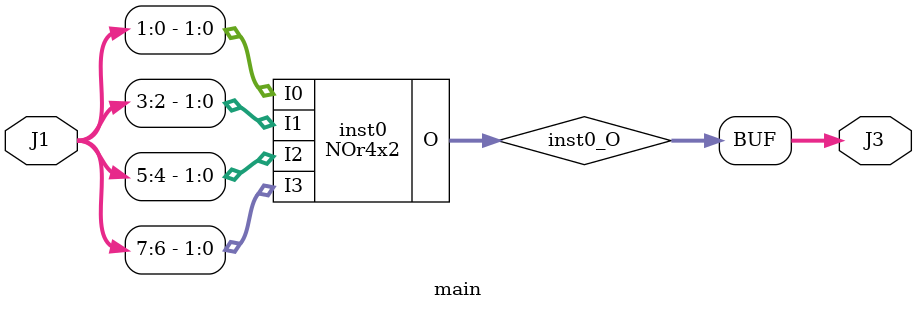
<source format=v>
module NOr4 (input [3:0] I, output  O);
wire  inst0_O;
SB_LUT4 #(.LUT_INIT(16'h0001)) inst0 (.I0(I[0]), .I1(I[1]), .I2(I[2]), .I3(I[3]), .O(inst0_O));
assign O = inst0_O;
endmodule

module NOr4x2 (input [1:0] I0, input [1:0] I1, input [1:0] I2, input [1:0] I3, output [1:0] O);
wire  inst0_O;
wire  inst1_O;
NOr4 inst0 (.I({I3[0],I2[0],I1[0],I0[0]}), .O(inst0_O));
NOr4 inst1 (.I({I3[1],I2[1],I1[1],I0[1]}), .O(inst1_O));
assign O = {inst1_O,inst0_O};
endmodule

module main (input [7:0] J1, output [1:0] J3);
wire [1:0] inst0_O;
NOr4x2 inst0 (.I0({J1[1],J1[0]}), .I1({J1[3],J1[2]}), .I2({J1[5],J1[4]}), .I3({J1[7],J1[6]}), .O(inst0_O));
assign J3 = inst0_O;
endmodule


</source>
